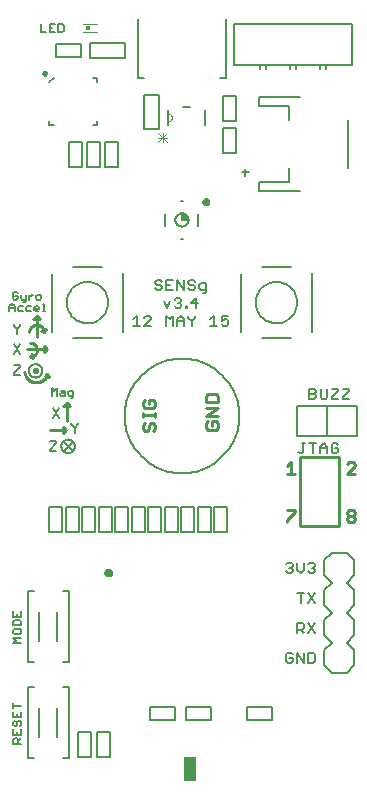
<source format=gto>
G75*
G70*
%OFA0B0*%
%FSLAX24Y24*%
%IPPOS*%
%LPD*%
%AMOC8*
5,1,8,0,0,1.08239X$1,22.5*
%
%ADD10C,0.0100*%
%ADD11C,0.0080*%
%ADD12C,0.0160*%
%ADD13C,0.0050*%
%ADD14C,0.0070*%
%ADD15C,0.0060*%
%ADD16C,0.0000*%
%ADD17C,0.0030*%
%ADD18C,0.0040*%
%ADD19R,0.0118X0.0118*%
%ADD20R,0.0394X0.0787*%
%ADD21C,0.0079*%
%ADD22C,0.0090*%
D10*
X010200Y009439D02*
X010200Y011739D01*
X011500Y011739D01*
X011500Y009439D01*
X010200Y009439D01*
X002401Y012653D02*
X002301Y012553D01*
X002301Y012753D01*
X002401Y012653D01*
X001851Y012653D01*
X002411Y012963D02*
X002411Y013563D01*
X002511Y013463D01*
X002521Y013453D02*
X002301Y013453D01*
X002311Y013463D02*
X002411Y013563D01*
X001813Y014417D02*
X001673Y014467D01*
X001763Y014517D01*
X001813Y014417D01*
X001763Y014496D02*
X001748Y014460D01*
X001729Y014426D01*
X001707Y014394D01*
X001682Y014364D01*
X001655Y014337D01*
X001624Y014312D01*
X001592Y014291D01*
X001557Y014273D01*
X001521Y014259D01*
X001483Y014248D01*
X001445Y014241D01*
X001406Y014238D01*
X001367Y014239D01*
X001329Y014243D01*
X001290Y014252D01*
X001253Y014264D01*
X001218Y014280D01*
X001184Y014299D01*
X001152Y014321D01*
X001123Y014347D01*
X001096Y014375D01*
X001072Y014406D01*
X001051Y014439D01*
X001034Y014474D01*
X001020Y014510D01*
X001010Y014548D01*
X001004Y014586D01*
X001201Y015103D02*
X001301Y015053D01*
X001251Y015203D01*
X001201Y015103D01*
X001229Y015105D01*
X001257Y015110D01*
X001284Y015119D01*
X001309Y015131D01*
X001333Y015146D01*
X001355Y015164D01*
X001374Y015185D01*
X001391Y015207D01*
X001405Y015232D01*
X001415Y015258D01*
X001422Y015286D01*
X001426Y015314D01*
X001426Y015342D01*
X001422Y015370D01*
X001415Y015398D01*
X001405Y015424D01*
X001391Y015449D01*
X001374Y015471D01*
X001355Y015492D01*
X001333Y015510D01*
X001309Y015525D01*
X001284Y015537D01*
X001257Y015546D01*
X001229Y015551D01*
X001201Y015553D01*
X001101Y015353D02*
X001751Y015353D01*
X001651Y015253D01*
X001651Y015453D01*
X001751Y015353D01*
X001411Y015763D02*
X001411Y016463D01*
X001511Y016363D01*
X001521Y016353D02*
X001301Y016353D01*
X001311Y016363D02*
X001411Y016463D01*
X001571Y015963D02*
X001711Y016013D01*
X001661Y015913D01*
X001571Y015963D01*
X001661Y015913D02*
X001659Y015943D01*
X001654Y015973D01*
X001645Y016002D01*
X001632Y016029D01*
X001617Y016055D01*
X001598Y016079D01*
X001577Y016100D01*
X001553Y016119D01*
X001527Y016134D01*
X001500Y016147D01*
X001471Y016156D01*
X001441Y016161D01*
X001411Y016163D01*
X001381Y016161D01*
X001351Y016156D01*
X001322Y016147D01*
X001295Y016134D01*
X001269Y016119D01*
X001245Y016100D01*
X001224Y016079D01*
X001205Y016055D01*
X001190Y016029D01*
X001177Y016002D01*
X001168Y015973D01*
X001163Y015943D01*
X001161Y015913D01*
X001625Y024543D02*
X001627Y024556D01*
X001632Y024569D01*
X001641Y024580D01*
X001652Y024587D01*
X001665Y024592D01*
X001678Y024593D01*
X001692Y024590D01*
X001704Y024584D01*
X001714Y024575D01*
X001721Y024563D01*
X001725Y024550D01*
X001725Y024536D01*
X001721Y024523D01*
X001714Y024511D01*
X001704Y024502D01*
X001692Y024496D01*
X001678Y024493D01*
X001665Y024494D01*
X001652Y024499D01*
X001641Y024506D01*
X001632Y024517D01*
X001627Y024530D01*
X001625Y024543D01*
D11*
X001111Y004090D02*
X001111Y001727D01*
X001308Y001727D01*
X001505Y002436D02*
X001505Y003401D01*
X002095Y003401D02*
X002095Y002416D01*
X002292Y001727D02*
X002489Y001727D01*
X002489Y004090D01*
X002292Y004090D01*
X002292Y004927D02*
X002489Y004927D01*
X002489Y007290D01*
X002292Y007290D01*
X002095Y006581D02*
X002095Y005616D01*
X001505Y005616D02*
X001505Y006601D01*
X001308Y007290D02*
X001111Y007290D01*
X001111Y004927D01*
X001308Y004927D01*
X001308Y004090D02*
X001111Y004090D01*
X002781Y002575D02*
X003219Y002575D01*
X003219Y001742D01*
X002781Y001742D01*
X002781Y002575D01*
X003431Y002575D02*
X003431Y001742D01*
X003869Y001742D01*
X003869Y002575D01*
X003431Y002575D01*
X005184Y002990D02*
X005184Y003427D01*
X006016Y003427D01*
X006016Y002990D01*
X005184Y002990D01*
X006384Y002990D02*
X006384Y003427D01*
X007216Y003427D01*
X007216Y002990D01*
X006384Y002990D01*
X008434Y002990D02*
X008434Y003427D01*
X009266Y003427D01*
X009266Y002990D01*
X008434Y002990D01*
X007769Y009242D02*
X007331Y009242D01*
X007331Y010075D01*
X007769Y010075D01*
X007769Y009242D01*
X007219Y009242D02*
X006781Y009242D01*
X006781Y010075D01*
X007219Y010075D01*
X007219Y009242D01*
X006669Y009242D02*
X006231Y009242D01*
X006231Y010075D01*
X006669Y010075D01*
X006669Y009242D01*
X006119Y009242D02*
X006119Y010075D01*
X005681Y010075D01*
X005681Y009242D01*
X006119Y009242D01*
X005569Y009242D02*
X005131Y009242D01*
X005131Y010075D01*
X005569Y010075D01*
X005569Y009242D01*
X005019Y009242D02*
X004581Y009242D01*
X004581Y010075D01*
X005019Y010075D01*
X005019Y009242D01*
X004469Y009242D02*
X004469Y010075D01*
X004031Y010075D01*
X004031Y009242D01*
X004469Y009242D01*
X003919Y009242D02*
X003481Y009242D01*
X003481Y010075D01*
X003919Y010075D01*
X003919Y009242D01*
X003369Y009242D02*
X002931Y009242D01*
X002931Y010075D01*
X003369Y010075D01*
X003369Y009242D01*
X002819Y009242D02*
X002819Y010075D01*
X002381Y010075D01*
X002381Y009242D01*
X002819Y009242D01*
X002269Y009242D02*
X001831Y009242D01*
X001831Y010075D01*
X002269Y010075D01*
X002269Y009242D01*
X002311Y011953D02*
X002621Y012263D01*
X002237Y012113D02*
X002239Y012142D01*
X002245Y012171D01*
X002254Y012199D01*
X002267Y012225D01*
X002283Y012249D01*
X002303Y012271D01*
X002325Y012291D01*
X002349Y012307D01*
X002375Y012320D01*
X002403Y012329D01*
X002432Y012335D01*
X002461Y012337D01*
X002490Y012335D01*
X002519Y012329D01*
X002547Y012320D01*
X002573Y012307D01*
X002597Y012291D01*
X002619Y012271D01*
X002639Y012249D01*
X002655Y012225D01*
X002668Y012199D01*
X002677Y012171D01*
X002683Y012142D01*
X002685Y012113D01*
X002683Y012084D01*
X002677Y012055D01*
X002668Y012027D01*
X002655Y012001D01*
X002639Y011977D01*
X002619Y011955D01*
X002597Y011935D01*
X002573Y011919D01*
X002547Y011906D01*
X002519Y011897D01*
X002490Y011891D01*
X002461Y011889D01*
X002432Y011891D01*
X002403Y011897D01*
X002375Y011906D01*
X002349Y011919D01*
X002325Y011935D01*
X002303Y011955D01*
X002283Y011977D01*
X002267Y012001D01*
X002254Y012027D01*
X002245Y012055D01*
X002239Y012084D01*
X002237Y012113D01*
X002301Y012263D02*
X002311Y012263D01*
X002611Y011963D01*
X000865Y014503D02*
X000651Y014503D01*
X000651Y014556D01*
X000865Y014769D01*
X000865Y014823D01*
X000651Y014823D01*
X000651Y015203D02*
X000865Y015523D01*
X000651Y015523D02*
X000865Y015203D01*
X000758Y015853D02*
X000758Y016013D01*
X000865Y016119D01*
X000865Y016173D01*
X000758Y016013D02*
X000651Y016119D01*
X000651Y016173D01*
X001149Y014627D02*
X001151Y014656D01*
X001157Y014685D01*
X001166Y014713D01*
X001179Y014739D01*
X001195Y014763D01*
X001215Y014785D01*
X001237Y014805D01*
X001261Y014821D01*
X001287Y014834D01*
X001315Y014843D01*
X001344Y014849D01*
X001373Y014851D01*
X001402Y014849D01*
X001431Y014843D01*
X001459Y014834D01*
X001485Y014821D01*
X001509Y014805D01*
X001531Y014785D01*
X001551Y014763D01*
X001567Y014739D01*
X001580Y014713D01*
X001589Y014685D01*
X001595Y014656D01*
X001597Y014627D01*
X001595Y014598D01*
X001589Y014569D01*
X001580Y014541D01*
X001567Y014515D01*
X001551Y014491D01*
X001531Y014469D01*
X001509Y014449D01*
X001485Y014433D01*
X001459Y014420D01*
X001431Y014411D01*
X001402Y014405D01*
X001373Y014403D01*
X001344Y014405D01*
X001315Y014411D01*
X001287Y014420D01*
X001261Y014433D01*
X001237Y014449D01*
X001215Y014469D01*
X001195Y014491D01*
X001179Y014515D01*
X001166Y014541D01*
X001157Y014569D01*
X001151Y014598D01*
X001149Y014627D01*
X005706Y019456D02*
X005706Y019856D01*
X006216Y020286D02*
X006296Y020286D01*
X006806Y019856D02*
X006806Y019456D01*
X006296Y019026D02*
X006216Y019026D01*
X004129Y021412D02*
X003691Y021412D01*
X003691Y022245D01*
X004129Y022245D01*
X004129Y021412D01*
X003539Y021412D02*
X003539Y022245D01*
X003101Y022245D01*
X003101Y021412D01*
X003539Y021412D01*
X002939Y021412D02*
X002501Y021412D01*
X002501Y022245D01*
X002939Y022245D01*
X002939Y021412D01*
X003274Y022806D02*
X003412Y022806D01*
X003412Y022944D01*
X003412Y024243D02*
X003412Y024381D01*
X003274Y024381D01*
X003205Y025039D02*
X003205Y025539D01*
X004355Y025539D01*
X004355Y025039D01*
X003205Y025039D01*
X002896Y025070D02*
X002064Y025070D01*
X002064Y025507D01*
X002896Y025507D01*
X002896Y025070D01*
X001975Y024381D02*
X001837Y024243D01*
X001837Y022944D02*
X001837Y022806D01*
X001975Y022806D01*
X004980Y022674D02*
X005480Y022674D01*
X005480Y023824D01*
X004980Y023824D01*
X004980Y022674D01*
X007611Y022715D02*
X007611Y021882D01*
X008049Y021882D01*
X008049Y022715D01*
X007611Y022715D01*
X007611Y022952D02*
X008049Y022952D01*
X008049Y023785D01*
X007611Y023785D01*
X007611Y022952D01*
X008827Y023444D02*
X009811Y023444D01*
X009811Y022971D01*
X010205Y023759D02*
X008827Y023759D01*
X008827Y023444D01*
X009811Y021396D02*
X009811Y020924D01*
X008827Y020924D01*
X008827Y020609D01*
X010205Y020609D01*
X011780Y021396D02*
X011780Y022971D01*
X004347Y013120D02*
X004349Y013214D01*
X004356Y013307D01*
X004368Y013400D01*
X004384Y013492D01*
X004404Y013584D01*
X004429Y013674D01*
X004459Y013763D01*
X004492Y013851D01*
X004530Y013936D01*
X004572Y014020D01*
X004619Y014101D01*
X004669Y014181D01*
X004723Y014257D01*
X004780Y014331D01*
X004842Y014402D01*
X004906Y014470D01*
X004974Y014534D01*
X005045Y014596D01*
X005119Y014653D01*
X005195Y014707D01*
X005275Y014757D01*
X005356Y014804D01*
X005440Y014846D01*
X005525Y014884D01*
X005613Y014917D01*
X005702Y014947D01*
X005792Y014972D01*
X005884Y014992D01*
X005976Y015008D01*
X006069Y015020D01*
X006162Y015027D01*
X006256Y015029D01*
X006350Y015027D01*
X006443Y015020D01*
X006536Y015008D01*
X006628Y014992D01*
X006720Y014972D01*
X006810Y014947D01*
X006899Y014917D01*
X006987Y014884D01*
X007072Y014846D01*
X007156Y014804D01*
X007237Y014757D01*
X007317Y014707D01*
X007393Y014653D01*
X007467Y014596D01*
X007538Y014534D01*
X007606Y014470D01*
X007670Y014402D01*
X007732Y014331D01*
X007789Y014257D01*
X007843Y014181D01*
X007893Y014101D01*
X007940Y014020D01*
X007982Y013936D01*
X008020Y013851D01*
X008053Y013763D01*
X008083Y013674D01*
X008108Y013584D01*
X008128Y013492D01*
X008144Y013400D01*
X008156Y013307D01*
X008163Y013214D01*
X008165Y013120D01*
X008163Y013026D01*
X008156Y012933D01*
X008144Y012840D01*
X008128Y012748D01*
X008108Y012656D01*
X008083Y012566D01*
X008053Y012477D01*
X008020Y012389D01*
X007982Y012304D01*
X007940Y012220D01*
X007893Y012139D01*
X007843Y012059D01*
X007789Y011983D01*
X007732Y011909D01*
X007670Y011838D01*
X007606Y011770D01*
X007538Y011706D01*
X007467Y011644D01*
X007393Y011587D01*
X007317Y011533D01*
X007237Y011483D01*
X007156Y011436D01*
X007072Y011394D01*
X006987Y011356D01*
X006899Y011323D01*
X006810Y011293D01*
X006720Y011268D01*
X006628Y011248D01*
X006536Y011232D01*
X006443Y011220D01*
X006350Y011213D01*
X006256Y011211D01*
X006162Y011213D01*
X006069Y011220D01*
X005976Y011232D01*
X005884Y011248D01*
X005792Y011268D01*
X005702Y011293D01*
X005613Y011323D01*
X005525Y011356D01*
X005440Y011394D01*
X005356Y011436D01*
X005275Y011483D01*
X005195Y011533D01*
X005119Y011587D01*
X005045Y011644D01*
X004974Y011706D01*
X004906Y011770D01*
X004842Y011838D01*
X004780Y011909D01*
X004723Y011983D01*
X004669Y012059D01*
X004619Y012139D01*
X004572Y012220D01*
X004530Y012304D01*
X004492Y012389D01*
X004459Y012477D01*
X004429Y012566D01*
X004404Y012656D01*
X004384Y012748D01*
X004368Y012840D01*
X004356Y012933D01*
X004349Y013026D01*
X004347Y013120D01*
D12*
X001362Y014628D02*
X001364Y014633D01*
X001368Y014637D01*
X001373Y014638D01*
X001379Y014636D01*
X001382Y014631D01*
X001382Y014625D01*
X001379Y014620D01*
X001373Y014618D01*
X001368Y014619D01*
X001364Y014623D01*
X001362Y014628D01*
X007006Y020256D02*
X007008Y020269D01*
X007013Y020282D01*
X007022Y020293D01*
X007033Y020300D01*
X007046Y020305D01*
X007059Y020306D01*
X007073Y020303D01*
X007085Y020297D01*
X007095Y020288D01*
X007102Y020276D01*
X007106Y020263D01*
X007106Y020249D01*
X007102Y020236D01*
X007095Y020224D01*
X007085Y020215D01*
X007073Y020209D01*
X007059Y020206D01*
X007046Y020207D01*
X007033Y020212D01*
X007022Y020219D01*
X007013Y020230D01*
X007008Y020243D01*
X007006Y020256D01*
X003738Y007899D02*
X003740Y007913D01*
X003745Y007927D01*
X003754Y007939D01*
X003765Y007948D01*
X003778Y007954D01*
X003792Y007957D01*
X003807Y007956D01*
X003821Y007951D01*
X003833Y007944D01*
X003843Y007933D01*
X003850Y007920D01*
X003854Y007906D01*
X003854Y007892D01*
X003850Y007878D01*
X003843Y007865D01*
X003833Y007854D01*
X003821Y007847D01*
X003807Y007842D01*
X003792Y007841D01*
X003778Y007844D01*
X003765Y007850D01*
X003754Y007859D01*
X003745Y007871D01*
X003740Y007885D01*
X003738Y007899D01*
D13*
X002585Y013713D02*
X002627Y013755D01*
X002627Y013963D01*
X002502Y013963D01*
X002460Y013922D01*
X002460Y013838D01*
X002502Y013797D01*
X002627Y013797D01*
X002585Y013713D02*
X002543Y013713D01*
X002351Y013797D02*
X002225Y013797D01*
X002184Y013838D01*
X002225Y013880D01*
X002351Y013880D01*
X002351Y013922D02*
X002351Y013797D01*
X002351Y013922D02*
X002309Y013963D01*
X002225Y013963D01*
X002074Y014047D02*
X002074Y013797D01*
X001907Y013797D02*
X001907Y014047D01*
X001991Y013963D01*
X002074Y014047D01*
X001695Y016608D02*
X001611Y016608D01*
X001653Y016608D02*
X001653Y016858D01*
X001611Y016858D01*
X001502Y016733D02*
X001502Y016691D01*
X001335Y016691D01*
X001335Y016649D02*
X001335Y016733D01*
X001377Y016774D01*
X001460Y016774D01*
X001502Y016733D01*
X001460Y016608D02*
X001377Y016608D01*
X001335Y016649D01*
X001226Y016608D02*
X001101Y016608D01*
X001059Y016649D01*
X001059Y016733D01*
X001101Y016774D01*
X001226Y016774D01*
X001160Y016997D02*
X001160Y017163D01*
X001160Y017080D02*
X001243Y017163D01*
X001285Y017163D01*
X001390Y017122D02*
X001390Y017038D01*
X001432Y016997D01*
X001515Y016997D01*
X001557Y017038D01*
X001557Y017122D01*
X001515Y017163D01*
X001432Y017163D01*
X001390Y017122D01*
X001051Y017163D02*
X001051Y016955D01*
X001009Y016913D01*
X000967Y016913D01*
X000925Y016997D02*
X001051Y016997D01*
X000925Y016997D02*
X000884Y017038D01*
X000884Y017163D01*
X000774Y017122D02*
X000691Y017122D01*
X000774Y017122D02*
X000774Y017038D01*
X000733Y016997D01*
X000649Y016997D01*
X000607Y017038D01*
X000607Y017205D01*
X000649Y017247D01*
X000733Y017247D01*
X000774Y017205D01*
X000590Y016858D02*
X000673Y016774D01*
X000673Y016608D01*
X000783Y016649D02*
X000783Y016733D01*
X000824Y016774D01*
X000950Y016774D01*
X000950Y016608D02*
X000824Y016608D01*
X000783Y016649D01*
X000673Y016733D02*
X000506Y016733D01*
X000506Y016774D02*
X000590Y016858D01*
X000506Y016774D02*
X000506Y016608D01*
X006036Y019656D02*
X006038Y019685D01*
X006044Y019714D01*
X006053Y019742D01*
X006067Y019768D01*
X006083Y019792D01*
X006103Y019814D01*
X006126Y019833D01*
X006150Y019849D01*
X006177Y019861D01*
X006205Y019870D01*
X006234Y019875D01*
X006263Y019876D01*
X006293Y019873D01*
X006321Y019866D01*
X006349Y019856D01*
X006374Y019841D01*
X006398Y019824D01*
X006419Y019804D01*
X006437Y019781D01*
X006452Y019755D01*
X006464Y019728D01*
X006472Y019700D01*
X006476Y019671D01*
X006476Y019641D01*
X006472Y019612D01*
X006464Y019584D01*
X006452Y019557D01*
X006437Y019531D01*
X006419Y019508D01*
X006398Y019488D01*
X006374Y019471D01*
X006349Y019456D01*
X006321Y019446D01*
X006293Y019439D01*
X006263Y019436D01*
X006234Y019437D01*
X006205Y019442D01*
X006177Y019451D01*
X006150Y019463D01*
X006126Y019479D01*
X006103Y019498D01*
X006083Y019520D01*
X006067Y019544D01*
X006053Y019570D01*
X006044Y019598D01*
X006038Y019627D01*
X006036Y019656D01*
X006256Y019656D02*
X006256Y019876D01*
X006304Y019871D01*
X006351Y019854D01*
X006393Y019828D01*
X006428Y019793D01*
X006454Y019752D01*
X006470Y019705D01*
X006476Y019656D01*
X006256Y019656D01*
X006256Y019674D02*
X006474Y019674D01*
X006464Y019722D02*
X006256Y019722D01*
X006256Y019771D02*
X006442Y019771D01*
X006402Y019819D02*
X006256Y019819D01*
X006256Y019868D02*
X006313Y019868D01*
X007535Y024381D02*
X007732Y024381D01*
X007732Y026349D01*
X008000Y026192D02*
X008000Y024814D01*
X011937Y024814D01*
X011937Y026192D01*
X008000Y026192D01*
X008868Y024781D02*
X008868Y024681D01*
X009068Y024681D02*
X009068Y024781D01*
X009868Y024781D02*
X009868Y024681D01*
X010068Y024681D02*
X010068Y024781D01*
X010868Y024781D02*
X010868Y024681D01*
X011068Y024681D02*
X011068Y024781D01*
X004976Y024381D02*
X004779Y024381D01*
X004779Y026349D01*
X010100Y013464D02*
X010100Y012464D01*
X011100Y012464D01*
X011100Y013464D01*
X012100Y013464D01*
X012100Y012464D01*
X011100Y012464D01*
X011100Y013464D02*
X010100Y013464D01*
D14*
X010506Y013694D02*
X010506Y014024D01*
X010671Y014024D01*
X010726Y013969D01*
X010726Y013914D01*
X010671Y013859D01*
X010506Y013859D01*
X010671Y013859D02*
X010726Y013804D01*
X010726Y013749D01*
X010671Y013694D01*
X010506Y013694D01*
X010875Y013749D02*
X010930Y013694D01*
X011040Y013694D01*
X011095Y013749D01*
X011095Y014024D01*
X011243Y014024D02*
X011463Y014024D01*
X011463Y013969D01*
X011243Y013749D01*
X011243Y013694D01*
X011463Y013694D01*
X011611Y013694D02*
X011831Y013694D01*
X011611Y013694D02*
X011611Y013749D01*
X011831Y013969D01*
X011831Y014024D01*
X011611Y014024D01*
X010875Y014024D02*
X010875Y013749D01*
X010982Y012204D02*
X010872Y012094D01*
X010872Y011874D01*
X010872Y012039D02*
X011092Y012039D01*
X011092Y012094D02*
X011092Y011874D01*
X011240Y011929D02*
X011240Y012149D01*
X011295Y012204D01*
X011405Y012204D01*
X011460Y012149D01*
X011460Y012039D02*
X011350Y012039D01*
X011460Y012039D02*
X011460Y011929D01*
X011405Y011874D01*
X011295Y011874D01*
X011240Y011929D01*
X011092Y012094D02*
X010982Y012204D01*
X010724Y012204D02*
X010503Y012204D01*
X010613Y012204D02*
X010613Y011874D01*
X010300Y011929D02*
X010300Y012204D01*
X010245Y012204D02*
X010355Y012204D01*
X010300Y011929D02*
X010245Y011874D01*
X010190Y011874D01*
X010135Y011929D01*
X002787Y012843D02*
X002787Y012898D01*
X002787Y012843D02*
X002677Y012733D01*
X002677Y012568D01*
X002677Y012733D02*
X002566Y012843D01*
X002566Y012898D01*
X002167Y013048D02*
X001946Y013378D01*
X002167Y013378D02*
X001946Y013048D01*
X001846Y012278D02*
X002067Y012278D01*
X002067Y012223D01*
X001846Y012003D01*
X001846Y011948D01*
X002067Y011948D01*
D15*
X004628Y016118D02*
X004855Y016118D01*
X004742Y016118D02*
X004742Y016458D01*
X004628Y016344D01*
X004996Y016401D02*
X005053Y016458D01*
X005167Y016458D01*
X005223Y016401D01*
X005223Y016344D01*
X004996Y016118D01*
X005223Y016118D01*
X005733Y016118D02*
X005733Y016458D01*
X005846Y016344D01*
X005960Y016458D01*
X005960Y016118D01*
X006101Y016118D02*
X006101Y016344D01*
X006215Y016458D01*
X006328Y016344D01*
X006328Y016118D01*
X006328Y016288D02*
X006101Y016288D01*
X006066Y016718D02*
X006009Y016774D01*
X006066Y016718D02*
X006179Y016718D01*
X006236Y016774D01*
X006236Y016831D01*
X006179Y016888D01*
X006123Y016888D01*
X006179Y016888D02*
X006236Y016944D01*
X006236Y017001D01*
X006179Y017058D01*
X006066Y017058D01*
X006009Y017001D01*
X005868Y016944D02*
X005754Y016718D01*
X005641Y016944D01*
X005733Y017318D02*
X005960Y017318D01*
X006101Y017318D02*
X006101Y017658D01*
X006328Y017318D01*
X006328Y017658D01*
X006470Y017601D02*
X006470Y017544D01*
X006526Y017488D01*
X006640Y017488D01*
X006697Y017431D01*
X006697Y017374D01*
X006640Y017318D01*
X006526Y017318D01*
X006470Y017374D01*
X006470Y017601D02*
X006526Y017658D01*
X006640Y017658D01*
X006697Y017601D01*
X006838Y017488D02*
X006838Y017374D01*
X006895Y017318D01*
X007065Y017318D01*
X007065Y017261D02*
X007065Y017544D01*
X006895Y017544D01*
X006838Y017488D01*
X006951Y017204D02*
X007008Y017204D01*
X007065Y017261D01*
X006732Y017058D02*
X006562Y016888D01*
X006789Y016888D01*
X006732Y016718D02*
X006732Y017058D01*
X006434Y016774D02*
X006434Y016718D01*
X006378Y016718D01*
X006378Y016774D01*
X006434Y016774D01*
X006470Y016458D02*
X006470Y016401D01*
X006583Y016288D01*
X006583Y016118D01*
X006583Y016288D02*
X006697Y016401D01*
X006697Y016458D01*
X007206Y016344D02*
X007320Y016458D01*
X007320Y016118D01*
X007433Y016118D02*
X007206Y016118D01*
X007575Y016174D02*
X007631Y016118D01*
X007745Y016118D01*
X007801Y016174D01*
X007801Y016288D01*
X007745Y016344D01*
X007688Y016344D01*
X007575Y016288D01*
X007575Y016458D01*
X007801Y016458D01*
X005960Y017658D02*
X005733Y017658D01*
X005733Y017318D01*
X005592Y017374D02*
X005535Y017318D01*
X005421Y017318D01*
X005365Y017374D01*
X005421Y017488D02*
X005535Y017488D01*
X005592Y017431D01*
X005592Y017374D01*
X005733Y017488D02*
X005846Y017488D01*
X005592Y017601D02*
X005535Y017658D01*
X005421Y017658D01*
X005365Y017601D01*
X005365Y017544D01*
X005421Y017488D01*
X008365Y021124D02*
X008365Y021351D01*
X008478Y021238D02*
X008251Y021238D01*
X007016Y022828D02*
X007016Y023308D01*
X006536Y023408D02*
X006276Y023408D01*
X005796Y023308D02*
X005796Y023188D01*
X005796Y022948D01*
X005796Y022828D01*
X002310Y025959D02*
X002310Y026132D01*
X002267Y026176D01*
X002137Y026176D01*
X002137Y025915D01*
X002267Y025915D01*
X002310Y025959D01*
X002016Y025915D02*
X001842Y025915D01*
X001842Y026176D01*
X002016Y026176D01*
X001929Y026045D02*
X001842Y026045D01*
X001721Y025915D02*
X001548Y025915D01*
X001548Y026176D01*
X011250Y008559D02*
X011750Y008559D01*
X012000Y008309D01*
X012000Y007809D01*
X011750Y007559D01*
X012000Y007309D01*
X012000Y006809D01*
X011750Y006559D01*
X012000Y006309D01*
X012000Y005809D01*
X011750Y005559D01*
X012000Y005309D01*
X012000Y004809D01*
X011750Y004559D01*
X011250Y004559D01*
X011000Y004809D01*
X011000Y005309D01*
X011250Y005559D01*
X011000Y005809D01*
X011000Y006309D01*
X011250Y006559D01*
X011000Y006809D01*
X011000Y007309D01*
X011250Y007559D01*
X011000Y007809D01*
X011000Y008309D01*
X011250Y008559D01*
X010689Y008172D02*
X010689Y008115D01*
X010632Y008059D01*
X010689Y008002D01*
X010689Y007945D01*
X010632Y007889D01*
X010518Y007889D01*
X010462Y007945D01*
X010320Y008002D02*
X010320Y008229D01*
X010462Y008172D02*
X010518Y008229D01*
X010632Y008229D01*
X010689Y008172D01*
X010632Y008059D02*
X010575Y008059D01*
X010320Y008002D02*
X010207Y007889D01*
X010093Y008002D01*
X010093Y008229D01*
X009952Y008172D02*
X009952Y008115D01*
X009895Y008059D01*
X009952Y008002D01*
X009952Y007945D01*
X009895Y007889D01*
X009782Y007889D01*
X009725Y007945D01*
X009838Y008059D02*
X009895Y008059D01*
X009952Y008172D02*
X009895Y008229D01*
X009782Y008229D01*
X009725Y008172D01*
X010093Y007229D02*
X010320Y007229D01*
X010207Y007229D02*
X010207Y006889D01*
X010462Y006889D02*
X010689Y007229D01*
X010462Y007229D02*
X010689Y006889D01*
X010689Y006229D02*
X010462Y005889D01*
X010320Y005889D02*
X010207Y006002D01*
X010264Y006002D02*
X010093Y006002D01*
X010093Y005889D02*
X010093Y006229D01*
X010264Y006229D01*
X010320Y006172D01*
X010320Y006059D01*
X010264Y006002D01*
X010462Y006229D02*
X010689Y005889D01*
X010632Y005229D02*
X010462Y005229D01*
X010462Y004889D01*
X010632Y004889D01*
X010689Y004945D01*
X010689Y005172D01*
X010632Y005229D01*
X010320Y005229D02*
X010320Y004889D01*
X010093Y005229D01*
X010093Y004889D01*
X009952Y004945D02*
X009952Y005059D01*
X009838Y005059D01*
X009725Y005172D02*
X009725Y004945D01*
X009782Y004889D01*
X009895Y004889D01*
X009952Y004945D01*
X009952Y005172D02*
X009895Y005229D01*
X009782Y005229D01*
X009725Y005172D01*
X000890Y005549D02*
X000630Y005549D01*
X000717Y005636D01*
X000630Y005723D01*
X000890Y005723D01*
X000847Y005844D02*
X000673Y005844D01*
X000630Y005887D01*
X000630Y005974D01*
X000673Y006017D01*
X000847Y006017D01*
X000890Y005974D01*
X000890Y005887D01*
X000847Y005844D01*
X000890Y006139D02*
X000630Y006139D01*
X000630Y006269D01*
X000673Y006312D01*
X000847Y006312D01*
X000890Y006269D01*
X000890Y006139D01*
X000890Y006433D02*
X000630Y006433D01*
X000630Y006607D01*
X000760Y006520D02*
X000760Y006433D01*
X000890Y006433D02*
X000890Y006607D01*
X000630Y003554D02*
X000630Y003380D01*
X000630Y003467D02*
X000890Y003467D01*
X000890Y003259D02*
X000890Y003086D01*
X000630Y003086D01*
X000630Y003259D01*
X000760Y003173D02*
X000760Y003086D01*
X000803Y002965D02*
X000847Y002965D01*
X000890Y002921D01*
X000890Y002835D01*
X000847Y002791D01*
X000760Y002835D02*
X000760Y002921D01*
X000803Y002965D01*
X000673Y002965D02*
X000630Y002921D01*
X000630Y002835D01*
X000673Y002791D01*
X000717Y002791D01*
X000760Y002835D01*
X000890Y002670D02*
X000890Y002497D01*
X000630Y002497D01*
X000630Y002670D01*
X000760Y002583D02*
X000760Y002497D01*
X000760Y002375D02*
X000673Y002375D01*
X000630Y002332D01*
X000630Y002202D01*
X000890Y002202D01*
X000803Y002202D02*
X000803Y002332D01*
X000760Y002375D01*
X000803Y002289D02*
X000890Y002375D01*
D16*
X005796Y022948D02*
X005817Y022950D01*
X005837Y022955D01*
X005856Y022964D01*
X005873Y022976D01*
X005888Y022991D01*
X005900Y023008D01*
X005909Y023027D01*
X005914Y023047D01*
X005916Y023068D01*
X005914Y023089D01*
X005909Y023109D01*
X005900Y023128D01*
X005888Y023145D01*
X005873Y023160D01*
X005856Y023172D01*
X005837Y023181D01*
X005817Y023186D01*
X005796Y023188D01*
D17*
X005772Y022557D02*
X005459Y022243D01*
X005615Y022243D02*
X005615Y022557D01*
X005459Y022557D02*
X005772Y022243D01*
X005772Y022400D02*
X005459Y022400D01*
D18*
X003436Y025921D02*
X002964Y025921D01*
X002964Y026196D02*
X003436Y026196D01*
D19*
X003121Y026059D03*
D20*
X006531Y001349D03*
D21*
X008933Y015719D02*
X009878Y015719D01*
X010586Y015916D02*
X010586Y017884D01*
X009878Y018081D02*
X008933Y018081D01*
X008224Y017845D02*
X008224Y015916D01*
X008716Y016900D02*
X008718Y016952D01*
X008724Y017004D01*
X008734Y017055D01*
X008747Y017105D01*
X008765Y017155D01*
X008786Y017202D01*
X008810Y017248D01*
X008839Y017292D01*
X008870Y017334D01*
X008904Y017373D01*
X008941Y017410D01*
X008981Y017443D01*
X009024Y017474D01*
X009068Y017501D01*
X009114Y017525D01*
X009163Y017545D01*
X009212Y017561D01*
X009263Y017574D01*
X009314Y017583D01*
X009366Y017588D01*
X009418Y017589D01*
X009470Y017586D01*
X009522Y017579D01*
X009573Y017568D01*
X009623Y017554D01*
X009672Y017535D01*
X009719Y017513D01*
X009764Y017488D01*
X009808Y017459D01*
X009849Y017427D01*
X009888Y017392D01*
X009923Y017354D01*
X009956Y017313D01*
X009986Y017271D01*
X010012Y017226D01*
X010035Y017179D01*
X010054Y017130D01*
X010070Y017080D01*
X010082Y017030D01*
X010090Y016978D01*
X010094Y016926D01*
X010094Y016874D01*
X010090Y016822D01*
X010082Y016770D01*
X010070Y016720D01*
X010054Y016670D01*
X010035Y016621D01*
X010012Y016574D01*
X009986Y016529D01*
X009956Y016487D01*
X009923Y016446D01*
X009888Y016408D01*
X009849Y016373D01*
X009808Y016341D01*
X009764Y016312D01*
X009719Y016287D01*
X009672Y016265D01*
X009623Y016246D01*
X009573Y016232D01*
X009522Y016221D01*
X009470Y016214D01*
X009418Y016211D01*
X009366Y016212D01*
X009314Y016217D01*
X009263Y016226D01*
X009212Y016239D01*
X009163Y016255D01*
X009114Y016275D01*
X009068Y016299D01*
X009024Y016326D01*
X008981Y016357D01*
X008941Y016390D01*
X008904Y016427D01*
X008870Y016466D01*
X008839Y016508D01*
X008810Y016552D01*
X008786Y016598D01*
X008765Y016645D01*
X008747Y016695D01*
X008734Y016745D01*
X008724Y016796D01*
X008718Y016848D01*
X008716Y016900D01*
X004287Y015916D02*
X004287Y017884D01*
X003578Y018081D02*
X002633Y018081D01*
X001925Y017845D02*
X001925Y015916D01*
X002633Y015719D02*
X003578Y015719D01*
X002417Y016900D02*
X002419Y016952D01*
X002425Y017004D01*
X002435Y017055D01*
X002448Y017105D01*
X002466Y017155D01*
X002487Y017202D01*
X002511Y017248D01*
X002540Y017292D01*
X002571Y017334D01*
X002605Y017373D01*
X002642Y017410D01*
X002682Y017443D01*
X002725Y017474D01*
X002769Y017501D01*
X002815Y017525D01*
X002864Y017545D01*
X002913Y017561D01*
X002964Y017574D01*
X003015Y017583D01*
X003067Y017588D01*
X003119Y017589D01*
X003171Y017586D01*
X003223Y017579D01*
X003274Y017568D01*
X003324Y017554D01*
X003373Y017535D01*
X003420Y017513D01*
X003465Y017488D01*
X003509Y017459D01*
X003550Y017427D01*
X003589Y017392D01*
X003624Y017354D01*
X003657Y017313D01*
X003687Y017271D01*
X003713Y017226D01*
X003736Y017179D01*
X003755Y017130D01*
X003771Y017080D01*
X003783Y017030D01*
X003791Y016978D01*
X003795Y016926D01*
X003795Y016874D01*
X003791Y016822D01*
X003783Y016770D01*
X003771Y016720D01*
X003755Y016670D01*
X003736Y016621D01*
X003713Y016574D01*
X003687Y016529D01*
X003657Y016487D01*
X003624Y016446D01*
X003589Y016408D01*
X003550Y016373D01*
X003509Y016341D01*
X003465Y016312D01*
X003420Y016287D01*
X003373Y016265D01*
X003324Y016246D01*
X003274Y016232D01*
X003223Y016221D01*
X003171Y016214D01*
X003119Y016211D01*
X003067Y016212D01*
X003015Y016217D01*
X002964Y016226D01*
X002913Y016239D01*
X002864Y016255D01*
X002815Y016275D01*
X002769Y016299D01*
X002725Y016326D01*
X002682Y016357D01*
X002642Y016390D01*
X002605Y016427D01*
X002571Y016466D01*
X002540Y016508D01*
X002511Y016552D01*
X002487Y016598D01*
X002466Y016645D01*
X002448Y016695D01*
X002435Y016745D01*
X002425Y016796D01*
X002419Y016848D01*
X002417Y016900D01*
D22*
X005022Y013660D02*
X004954Y013591D01*
X004954Y013455D01*
X005022Y013386D01*
X005296Y013386D01*
X005364Y013455D01*
X005364Y013591D01*
X005296Y013660D01*
X005159Y013660D01*
X005159Y013523D01*
X005364Y013216D02*
X005364Y013079D01*
X005364Y013148D02*
X004954Y013148D01*
X004954Y013216D02*
X004954Y013079D01*
X005022Y012892D02*
X004954Y012824D01*
X004954Y012687D01*
X005022Y012619D01*
X005090Y012619D01*
X005159Y012687D01*
X005159Y012824D01*
X005227Y012892D01*
X005296Y012892D01*
X005364Y012824D01*
X005364Y012687D01*
X005296Y012619D01*
X007050Y012733D02*
X007119Y012665D01*
X007392Y012665D01*
X007461Y012733D01*
X007461Y012870D01*
X007392Y012938D01*
X007255Y012938D01*
X007255Y012801D01*
X007119Y012938D02*
X007050Y012870D01*
X007050Y012733D01*
X007050Y013125D02*
X007461Y013398D01*
X007050Y013398D01*
X007050Y013585D02*
X007050Y013790D01*
X007119Y013859D01*
X007392Y013859D01*
X007461Y013790D01*
X007461Y013585D01*
X007050Y013585D01*
X007050Y013125D02*
X007461Y013125D01*
X009745Y011457D02*
X009882Y011594D01*
X009882Y011184D01*
X009745Y011184D02*
X010019Y011184D01*
X010019Y009994D02*
X009745Y009994D01*
X010019Y009994D02*
X010019Y009925D01*
X009745Y009652D01*
X009745Y009584D01*
X011745Y009652D02*
X011813Y009584D01*
X011950Y009584D01*
X012019Y009652D01*
X012019Y009720D01*
X011950Y009789D01*
X011813Y009789D01*
X011745Y009857D01*
X011745Y009925D01*
X011813Y009994D01*
X011950Y009994D01*
X012019Y009925D01*
X012019Y009857D01*
X011950Y009789D01*
X011813Y009789D02*
X011745Y009720D01*
X011745Y009652D01*
X011745Y011184D02*
X012019Y011457D01*
X012019Y011525D01*
X011950Y011594D01*
X011813Y011594D01*
X011745Y011525D01*
X011745Y011184D02*
X012019Y011184D01*
M02*

</source>
